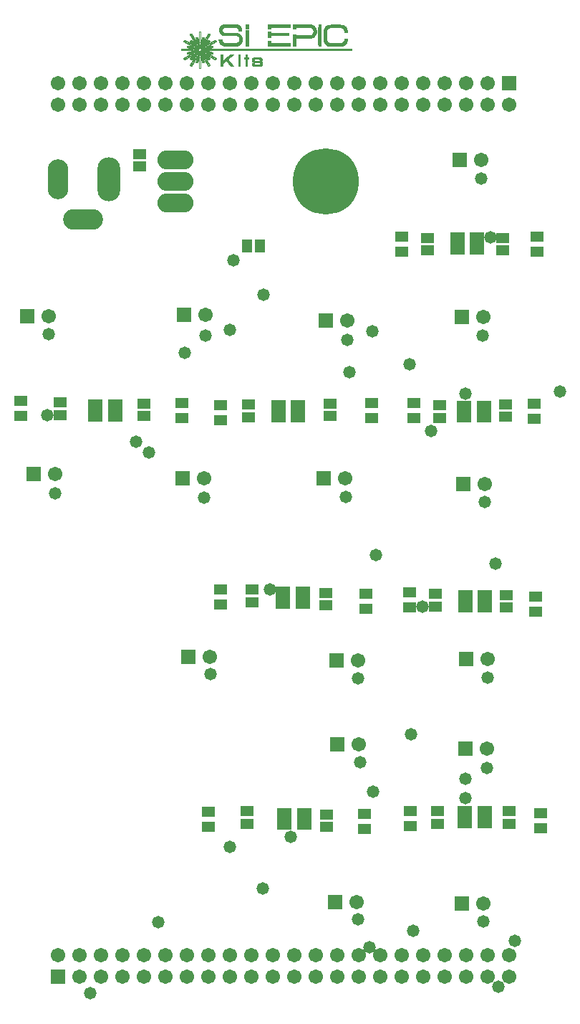
<source format=gts>
G04*
G04 #@! TF.GenerationSoftware,Altium Limited,Altium Designer,19.1.5 (86)*
G04*
G04 Layer_Color=8388736*
%FSLAX25Y25*%
%MOIN*%
G70*
G01*
G75*
%ADD22C,0.00100*%
%ADD23R,0.06800X0.02500*%
%ADD24R,0.06312X0.05131*%
%ADD25R,0.06300X0.04800*%
%ADD26R,0.05131X0.06312*%
%ADD27C,0.06706*%
%ADD28R,0.06706X0.06706*%
%ADD29O,0.16800X0.08800*%
%ADD30C,0.30800*%
%ADD31O,0.10642X0.20485*%
%ADD32O,0.09658X0.18517*%
%ADD33O,0.18517X0.09658*%
%ADD34C,0.05800*%
D22*
X109395Y456569D02*
X115595D01*
X109095Y456469D02*
X115995D01*
X119795D02*
X121095D01*
X130195D02*
X140495D01*
X141795D02*
X150295D01*
X153595D02*
X154895D01*
X159295D02*
X163695D01*
X108795Y456369D02*
X116295D01*
X119795D02*
X121095D01*
X130195D02*
X140495D01*
X141795D02*
X150695D01*
X153595D02*
X154895D01*
X158295D02*
X164795D01*
X108695Y456269D02*
X116495D01*
X119795D02*
X121095D01*
X130195D02*
X140495D01*
X141795D02*
X150895D01*
X153595D02*
X154895D01*
X157895D02*
X165095D01*
X108495Y456169D02*
X116595D01*
X119795D02*
X121095D01*
X130195D02*
X140495D01*
X141795D02*
X151095D01*
X153595D02*
X154895D01*
X157695D02*
X165395D01*
X108395Y456069D02*
X116795D01*
X119795D02*
X121095D01*
X130195D02*
X140495D01*
X141795D02*
X151295D01*
X153595D02*
X154895D01*
X157495D02*
X165595D01*
X108295Y455969D02*
X116895D01*
X119795D02*
X121095D01*
X130195D02*
X140495D01*
X141795D02*
X151395D01*
X153595D02*
X154895D01*
X157395D02*
X165695D01*
X108195Y455869D02*
X116995D01*
X119795D02*
X121095D01*
X130195D02*
X140495D01*
X141795D02*
X151595D01*
X153595D02*
X154895D01*
X157195D02*
X165795D01*
X108095Y455769D02*
X117095D01*
X119795D02*
X121095D01*
X130195D02*
X140495D01*
X141795D02*
X151695D01*
X153595D02*
X154895D01*
X157095D02*
X165995D01*
X107995Y455669D02*
X117195D01*
X119795D02*
X121095D01*
X130195D02*
X140495D01*
X141795D02*
X151795D01*
X153595D02*
X154895D01*
X156995D02*
X166095D01*
X107895Y455569D02*
X117295D01*
X119795D02*
X121095D01*
X130195D02*
X140495D01*
X141795D02*
X151895D01*
X153595D02*
X154895D01*
X156895D02*
X166195D01*
X107795Y455469D02*
X117395D01*
X119795D02*
X121095D01*
X130195D02*
X140495D01*
X141795D02*
X151895D01*
X153595D02*
X154895D01*
X156795D02*
X166295D01*
X107795Y455369D02*
X117395D01*
X119795D02*
X121095D01*
X130195D02*
X140495D01*
X141795D02*
X151995D01*
X153595D02*
X154895D01*
X156695D02*
X166395D01*
X107695Y455269D02*
X110195D01*
X115395D02*
X117495D01*
X119795D02*
X121095D01*
X130195D02*
X140495D01*
X141795D02*
X152095D01*
X153595D02*
X154895D01*
X156695D02*
X166395D01*
X107695Y455169D02*
X109695D01*
X115695D02*
X117495D01*
X119795D02*
X121095D01*
X130195D02*
X131495D01*
X141795D02*
X143095D01*
X150095D02*
X152195D01*
X153495D02*
X154895D01*
X156595D02*
X166495D01*
X107595Y455069D02*
X109395D01*
X115895D02*
X117595D01*
X119795D02*
X121095D01*
X130195D02*
X131495D01*
X141795D02*
X143095D01*
X150395D02*
X152195D01*
X153495D02*
X154895D01*
X156495D02*
X158795D01*
X164295D02*
X166595D01*
X107595Y454969D02*
X109195D01*
X115995D02*
X117595D01*
X119795D02*
X121095D01*
X130195D02*
X131495D01*
X141795D02*
X143095D01*
X150495D02*
X152295D01*
X153495D02*
X154895D01*
X156495D02*
X158395D01*
X164695D02*
X166595D01*
X107495Y454869D02*
X109095D01*
X116095D02*
X117695D01*
X119795D02*
X121095D01*
X130195D02*
X131495D01*
X141795D02*
X143095D01*
X150695D02*
X152295D01*
X153495D02*
X154895D01*
X156395D02*
X158195D01*
X164795D02*
X166695D01*
X107495Y454769D02*
X108995D01*
X116195D02*
X117695D01*
X119795D02*
X121095D01*
X130195D02*
X131495D01*
X141795D02*
X143095D01*
X150795D02*
X152395D01*
X153495D02*
X154895D01*
X156395D02*
X158095D01*
X164995D02*
X166695D01*
X107495Y454669D02*
X108895D01*
X116195D02*
X117695D01*
X119795D02*
X121095D01*
X150895D02*
X152395D01*
X153495D02*
X154895D01*
X156295D02*
X157995D01*
X165095D02*
X166795D01*
X107495Y454569D02*
X108795D01*
X116295D02*
X117695D01*
X119795D02*
X121095D01*
X150995D02*
X152395D01*
X153495D02*
X154895D01*
X156295D02*
X157895D01*
X165195D02*
X166795D01*
X107395Y454469D02*
X108795D01*
X116295D02*
X117795D01*
X150995D02*
X152495D01*
X153495D02*
X154895D01*
X156295D02*
X157795D01*
X165295D02*
X166895D01*
X107395Y454369D02*
X108795D01*
X116395D02*
X117795D01*
X151095D02*
X152495D01*
X153495D02*
X154895D01*
X156195D02*
X157695D01*
X165395D02*
X166895D01*
X107395Y454269D02*
X108695D01*
X116395D02*
X117795D01*
X151095D02*
X152495D01*
X153495D02*
X154895D01*
X156195D02*
X157595D01*
X165395D02*
X166895D01*
X107395Y454169D02*
X108695D01*
X116395D02*
X117795D01*
X151195D02*
X152495D01*
X153495D02*
X154895D01*
X156195D02*
X157595D01*
X165495D02*
X166895D01*
X107395Y454069D02*
X108695D01*
X116395D02*
X117795D01*
X151195D02*
X152595D01*
X153495D02*
X154895D01*
X156095D02*
X157495D01*
X165495D02*
X166995D01*
X107395Y453969D02*
X108695D01*
X116395D02*
X117795D01*
X151195D02*
X152595D01*
X153495D02*
X154895D01*
X156095D02*
X157495D01*
X165595D02*
X166995D01*
X107395Y453869D02*
X108695D01*
X116395D02*
X117795D01*
X119795D02*
X121095D01*
X151295D02*
X152595D01*
X153495D02*
X154895D01*
X156095D02*
X157495D01*
X165595D02*
X166995D01*
X107395Y453769D02*
X108695D01*
X116395D02*
X117795D01*
X119795D02*
X121095D01*
X151295D02*
X152595D01*
X153495D02*
X154895D01*
X156095D02*
X157495D01*
X165595D02*
X166995D01*
X107395Y453669D02*
X108795D01*
X116395D02*
X117795D01*
X119795D02*
X121095D01*
X151295D02*
X152595D01*
X153495D02*
X154895D01*
X156095D02*
X157395D01*
X165595D02*
X166995D01*
X107395Y453569D02*
X108795D01*
X116395D02*
X117795D01*
X119795D02*
X121095D01*
X151295D02*
X152595D01*
X153495D02*
X154895D01*
X156095D02*
X157395D01*
X165595D02*
X166995D01*
X107495Y453469D02*
X108795D01*
X119795D02*
X121095D01*
X151295D02*
X152595D01*
X153495D02*
X154895D01*
X156095D02*
X157395D01*
X165595D02*
X166995D01*
X97995Y453369D02*
X98895D01*
X107495D02*
X108895D01*
X119795D02*
X121095D01*
X151295D02*
X152595D01*
X153495D02*
X154895D01*
X156095D02*
X157395D01*
X165595D02*
X166995D01*
X97995Y453269D02*
X98895D01*
X107495D02*
X108895D01*
X119795D02*
X121095D01*
X130195D02*
X131495D01*
X151295D02*
X152595D01*
X153495D02*
X154895D01*
X156095D02*
X157395D01*
X165595D02*
X166995D01*
X97995Y453169D02*
X98195D01*
X98695D02*
X98895D01*
X107495D02*
X108995D01*
X119795D02*
X121095D01*
X130195D02*
X131495D01*
X151295D02*
X152595D01*
X153495D02*
X154895D01*
X156095D02*
X157395D01*
X165595D02*
X166995D01*
X97995Y453069D02*
X98195D01*
X98695D02*
X98895D01*
X107595D02*
X109095D01*
X119795D02*
X121095D01*
X130195D02*
X131495D01*
X151295D02*
X152595D01*
X153495D02*
X154895D01*
X155995D02*
X157395D01*
X165695D02*
X166995D01*
X97995Y452969D02*
X98195D01*
X98695D02*
X98895D01*
X107595D02*
X109295D01*
X119795D02*
X121095D01*
X130195D02*
X131495D01*
X151295D02*
X152595D01*
X153495D02*
X154895D01*
X155995D02*
X157395D01*
X97995Y452869D02*
X98195D01*
X98695D02*
X98895D01*
X107695D02*
X109395D01*
X119795D02*
X121095D01*
X130195D02*
X131495D01*
X151195D02*
X152595D01*
X153495D02*
X154895D01*
X155995D02*
X157395D01*
X97995Y452769D02*
X98195D01*
X98695D02*
X98895D01*
X107695D02*
X109795D01*
X119795D02*
X121095D01*
X130195D02*
X139695D01*
X151195D02*
X152595D01*
X153495D02*
X154895D01*
X155995D02*
X157395D01*
X97995Y452669D02*
X98195D01*
X98695D02*
X98895D01*
X107795D02*
X115095D01*
X119795D02*
X121095D01*
X130195D02*
X139695D01*
X151195D02*
X152495D01*
X153495D02*
X154895D01*
X155995D02*
X157395D01*
X97995Y452569D02*
X98195D01*
X98695D02*
X98895D01*
X107895D02*
X115695D01*
X119795D02*
X121095D01*
X130195D02*
X139695D01*
X151095D02*
X152495D01*
X153495D02*
X154895D01*
X155995D02*
X157395D01*
X97995Y452469D02*
X98195D01*
X98695D02*
X98895D01*
X107995D02*
X115995D01*
X119795D02*
X121095D01*
X130195D02*
X139695D01*
X151095D02*
X152495D01*
X153495D02*
X154895D01*
X155995D02*
X157395D01*
X94195Y452369D02*
X94595D01*
X97995D02*
X98195D01*
X98695D02*
X98895D01*
X102295D02*
X102595D01*
X107995D02*
X116295D01*
X119795D02*
X121095D01*
X130195D02*
X139695D01*
X150995D02*
X152495D01*
X153495D02*
X154895D01*
X155995D02*
X157395D01*
X94095Y452269D02*
X94695D01*
X97995D02*
X98195D01*
X98695D02*
X98895D01*
X102195D02*
X102795D01*
X108095D02*
X116495D01*
X119795D02*
X121095D01*
X130195D02*
X139695D01*
X150995D02*
X152395D01*
X153495D02*
X154895D01*
X155995D02*
X157395D01*
X93895Y452169D02*
X94695D01*
X97995D02*
X98195D01*
X98695D02*
X98895D01*
X102195D02*
X102995D01*
X108195D02*
X116695D01*
X119795D02*
X121095D01*
X130195D02*
X139695D01*
X150895D02*
X152395D01*
X153495D02*
X154895D01*
X155995D02*
X157395D01*
X93795Y452069D02*
X94195D01*
X94495D02*
X94795D01*
X97995D02*
X98195D01*
X98695D02*
X98895D01*
X102095D02*
X102395D01*
X102695D02*
X103095D01*
X108395D02*
X116895D01*
X119795D02*
X121095D01*
X130195D02*
X139695D01*
X141795D02*
X143095D01*
X150795D02*
X152395D01*
X153495D02*
X154895D01*
X155995D02*
X157395D01*
X93795Y451969D02*
X94095D01*
X94495D02*
X94795D01*
X97995D02*
X98195D01*
X98695D02*
X98895D01*
X101995D02*
X102395D01*
X102795D02*
X103095D01*
X108495D02*
X116995D01*
X119795D02*
X121095D01*
X130195D02*
X139695D01*
X141795D02*
X143095D01*
X150695D02*
X152295D01*
X153495D02*
X154895D01*
X155995D02*
X157395D01*
X93895Y451869D02*
X94095D01*
X94595D02*
X94895D01*
X97995D02*
X98195D01*
X98695D02*
X98895D01*
X101995D02*
X102295D01*
X102795D02*
X102995D01*
X108695D02*
X117195D01*
X119795D02*
X121095D01*
X130195D02*
X139695D01*
X141795D02*
X143095D01*
X150595D02*
X152295D01*
X153495D02*
X154895D01*
X155995D02*
X157395D01*
X93895Y451769D02*
X94195D01*
X94695D02*
X94995D01*
X97995D02*
X98195D01*
X98695D02*
X98895D01*
X101895D02*
X102195D01*
X102695D02*
X102995D01*
X108795D02*
X117295D01*
X119795D02*
X121095D01*
X130195D02*
X139695D01*
X141795D02*
X143095D01*
X150395D02*
X152195D01*
X153495D02*
X154895D01*
X155995D02*
X157395D01*
X93995Y451669D02*
X94195D01*
X94695D02*
X94995D01*
X97995D02*
X98195D01*
X98695D02*
X98895D01*
X101895D02*
X102195D01*
X102595D02*
X102895D01*
X109095D02*
X117395D01*
X119795D02*
X121095D01*
X130195D02*
X139695D01*
X141795D02*
X143095D01*
X150095D02*
X152195D01*
X153495D02*
X154895D01*
X155995D02*
X157395D01*
X93995Y451569D02*
X94295D01*
X94795D02*
X95095D01*
X97995D02*
X98195D01*
X98695D02*
X98895D01*
X101795D02*
X102095D01*
X102595D02*
X102895D01*
X109295D02*
X117495D01*
X119795D02*
X121095D01*
X130195D02*
X139695D01*
X141795D02*
X152095D01*
X153495D02*
X154895D01*
X155995D02*
X157395D01*
X94095Y451469D02*
X94395D01*
X94795D02*
X95095D01*
X97995D02*
X98195D01*
X98695D02*
X98895D01*
X101695D02*
X101995D01*
X102495D02*
X102795D01*
X109695D02*
X117495D01*
X119795D02*
X121095D01*
X130195D02*
X131495D01*
X141795D02*
X151995D01*
X153495D02*
X154895D01*
X155995D02*
X157395D01*
X94095Y451369D02*
X94395D01*
X94895D02*
X95195D01*
X97995D02*
X98195D01*
X98695D02*
X98895D01*
X101695D02*
X101995D01*
X102495D02*
X102795D01*
X115595D02*
X117595D01*
X119795D02*
X121095D01*
X130195D02*
X131495D01*
X141795D02*
X151895D01*
X153495D02*
X154895D01*
X155995D02*
X157395D01*
X94195Y451269D02*
X94495D01*
X94995D02*
X95295D01*
X97995D02*
X98195D01*
X98695D02*
X98895D01*
X101595D02*
X101895D01*
X102395D02*
X102695D01*
X115995D02*
X117695D01*
X119795D02*
X121095D01*
X130195D02*
X131495D01*
X141795D02*
X151895D01*
X153495D02*
X154895D01*
X155995D02*
X157395D01*
X94195Y451169D02*
X94495D01*
X94995D02*
X95295D01*
X97995D02*
X98195D01*
X98695D02*
X98895D01*
X101595D02*
X101895D01*
X102395D02*
X102595D01*
X116195D02*
X117695D01*
X119795D02*
X121095D01*
X130195D02*
X131495D01*
X141795D02*
X151795D01*
X153495D02*
X154895D01*
X155995D02*
X157395D01*
X94295Y451069D02*
X94595D01*
X95095D02*
X95395D01*
X97995D02*
X98195D01*
X98695D02*
X98895D01*
X101495D02*
X101795D01*
X102295D02*
X102595D01*
X116295D02*
X117795D01*
X119795D02*
X121095D01*
X130195D02*
X131495D01*
X141795D02*
X151695D01*
X153495D02*
X154895D01*
X155995D02*
X157395D01*
X94395Y450969D02*
X94595D01*
X95095D02*
X95395D01*
X97995D02*
X98195D01*
X98695D02*
X98895D01*
X101495D02*
X101795D01*
X102195D02*
X102495D01*
X116395D02*
X117795D01*
X119795D02*
X121095D01*
X130195D02*
X131495D01*
X141795D02*
X151595D01*
X153495D02*
X154895D01*
X155995D02*
X157395D01*
X94395Y450869D02*
X94695D01*
X95195D02*
X95495D01*
X97995D02*
X98195D01*
X98695D02*
X98895D01*
X101395D02*
X101695D01*
X102195D02*
X102495D01*
X116495D02*
X117895D01*
X119795D02*
X121095D01*
X130195D02*
X131495D01*
X141795D02*
X151395D01*
X153495D02*
X154895D01*
X155995D02*
X157395D01*
X94495Y450769D02*
X94795D01*
X95195D02*
X95495D01*
X96795D02*
X97295D01*
X97995D02*
X98195D01*
X98695D02*
X98895D01*
X99595D02*
X100095D01*
X101295D02*
X101595D01*
X102095D02*
X102395D01*
X116595D02*
X117895D01*
X119795D02*
X121095D01*
X130195D02*
X131495D01*
X141795D02*
X151295D01*
X153495D02*
X154895D01*
X155995D02*
X157395D01*
X94495Y450669D02*
X94795D01*
X95295D02*
X95595D01*
X96495D02*
X97295D01*
X97995D02*
X98195D01*
X98695D02*
X98895D01*
X99495D02*
X100295D01*
X101295D02*
X101595D01*
X102095D02*
X102395D01*
X116595D02*
X117995D01*
X119795D02*
X121095D01*
X130195D02*
X131495D01*
X141795D02*
X151095D01*
X153495D02*
X154895D01*
X155995D02*
X157395D01*
X94595Y450569D02*
X94895D01*
X95395D02*
X95695D01*
X96495D02*
X97395D01*
X97995D02*
X98195D01*
X98695D02*
X98895D01*
X99495D02*
X100395D01*
X101195D02*
X101495D01*
X101995D02*
X102295D01*
X116695D02*
X117995D01*
X119795D02*
X121095D01*
X130195D02*
X131495D01*
X141795D02*
X150895D01*
X153495D02*
X154895D01*
X156095D02*
X157395D01*
X94595Y450469D02*
X94895D01*
X95395D02*
X95695D01*
X96495D02*
X97395D01*
X97995D02*
X98195D01*
X98695D02*
X98895D01*
X99495D02*
X100395D01*
X101195D02*
X101495D01*
X101995D02*
X102295D01*
X116695D02*
X117995D01*
X119795D02*
X121095D01*
X141795D02*
X150695D01*
X153495D02*
X154895D01*
X156095D02*
X157395D01*
X94695Y450369D02*
X94995D01*
X95495D02*
X95795D01*
X96495D02*
X97395D01*
X97995D02*
X98195D01*
X98695D02*
X98895D01*
X99495D02*
X100395D01*
X101095D02*
X101395D01*
X101895D02*
X102195D01*
X116695D02*
X117995D01*
X119795D02*
X121095D01*
X141795D02*
X150295D01*
X153495D02*
X154895D01*
X156095D02*
X157395D01*
X94795Y450269D02*
X94995D01*
X95495D02*
X95795D01*
X96495D02*
X97495D01*
X97995D02*
X98195D01*
X98695D02*
X98895D01*
X99395D02*
X100395D01*
X101095D02*
X101395D01*
X101795D02*
X102095D01*
X116695D02*
X117995D01*
X119795D02*
X121095D01*
X141795D02*
X143095D01*
X153495D02*
X154895D01*
X156095D02*
X157395D01*
X94795Y450169D02*
X95095D01*
X95595D02*
X95895D01*
X96495D02*
X97495D01*
X97995D02*
X98195D01*
X98695D02*
X98895D01*
X99395D02*
X100395D01*
X100995D02*
X101295D01*
X101795D02*
X102095D01*
X116795D02*
X118095D01*
X119795D02*
X121095D01*
X141795D02*
X143095D01*
X153495D02*
X154895D01*
X156095D02*
X157395D01*
X94895Y450069D02*
X95195D01*
X95695D02*
X95995D01*
X96595D02*
X97495D01*
X97995D02*
X98195D01*
X98695D02*
X98895D01*
X99395D02*
X100295D01*
X100895D02*
X101195D01*
X101695D02*
X101995D01*
X116795D02*
X118095D01*
X119795D02*
X121095D01*
X141795D02*
X143095D01*
X153495D02*
X154895D01*
X156095D02*
X157395D01*
X94895Y449969D02*
X95195D01*
X95695D02*
X95995D01*
X96595D02*
X97495D01*
X97995D02*
X98195D01*
X98695D02*
X98895D01*
X99295D02*
X100295D01*
X100895D02*
X101195D01*
X101695D02*
X101995D01*
X116795D02*
X118095D01*
X119795D02*
X121095D01*
X141795D02*
X143095D01*
X153495D02*
X154895D01*
X156095D02*
X157395D01*
X94995Y449869D02*
X95295D01*
X95795D02*
X96095D01*
X96595D02*
X97595D01*
X97995D02*
X98195D01*
X98695D02*
X98895D01*
X99295D02*
X100295D01*
X100795D02*
X101095D01*
X101595D02*
X101895D01*
X116795D02*
X118095D01*
X119795D02*
X121095D01*
X141795D02*
X143095D01*
X153495D02*
X154895D01*
X156095D02*
X157395D01*
X165595D02*
X166995D01*
X94995Y449769D02*
X95295D01*
X95795D02*
X96095D01*
X96595D02*
X97595D01*
X97995D02*
X98195D01*
X98695D02*
X98895D01*
X99295D02*
X100295D01*
X100795D02*
X101095D01*
X101595D02*
X101795D01*
X116795D02*
X118095D01*
X119795D02*
X121095D01*
X141795D02*
X143095D01*
X153495D02*
X154895D01*
X156095D02*
X157395D01*
X165595D02*
X166995D01*
X95095Y449669D02*
X95395D01*
X95895D02*
X96195D01*
X96695D02*
X97595D01*
X97995D02*
X98195D01*
X98695D02*
X98895D01*
X99295D02*
X100195D01*
X100695D02*
X100995D01*
X101495D02*
X101795D01*
X107195D02*
X108495D01*
X116795D02*
X118095D01*
X119795D02*
X121095D01*
X141795D02*
X143095D01*
X153495D02*
X154895D01*
X156095D02*
X157395D01*
X165595D02*
X166995D01*
X95195Y449569D02*
X95495D01*
X95895D02*
X96195D01*
X96695D02*
X97695D01*
X97995D02*
X98195D01*
X98695D02*
X98895D01*
X99195D02*
X100195D01*
X100695D02*
X100895D01*
X101395D02*
X101695D01*
X107195D02*
X108595D01*
X116795D02*
X118095D01*
X119795D02*
X121095D01*
X141795D02*
X143095D01*
X153495D02*
X154895D01*
X156095D02*
X157395D01*
X165595D02*
X166995D01*
X95195Y449469D02*
X95495D01*
X95995D02*
X96295D01*
X96695D02*
X97695D01*
X97995D02*
X98195D01*
X98695D02*
X98895D01*
X99195D02*
X100195D01*
X100595D02*
X100895D01*
X101395D02*
X101695D01*
X107195D02*
X108595D01*
X116795D02*
X118095D01*
X119795D02*
X121095D01*
X141795D02*
X143095D01*
X153495D02*
X154895D01*
X156095D02*
X157395D01*
X165595D02*
X166995D01*
X91095Y449369D02*
X91395D01*
X94295D02*
X94495D01*
X95295D02*
X95595D01*
X96095D02*
X96395D01*
X96695D02*
X97695D01*
X97995D02*
X98195D01*
X98695D02*
X98895D01*
X99195D02*
X100095D01*
X100495D02*
X100795D01*
X101295D02*
X101595D01*
X102395D02*
X102595D01*
X105395D02*
X105795D01*
X107195D02*
X108595D01*
X116795D02*
X118095D01*
X119795D02*
X121095D01*
X141795D02*
X143095D01*
X153495D02*
X154895D01*
X156095D02*
X157395D01*
X165595D02*
X166995D01*
X90995Y449269D02*
X91595D01*
X94195D02*
X94595D01*
X95295D02*
X95595D01*
X96095D02*
X96395D01*
X96795D02*
X97695D01*
X97995D02*
X98195D01*
X98695D02*
X98895D01*
X99195D02*
X100095D01*
X100495D02*
X100795D01*
X101295D02*
X101595D01*
X102295D02*
X102695D01*
X105195D02*
X105895D01*
X107195D02*
X108595D01*
X116795D02*
X118095D01*
X119795D02*
X121095D01*
X141795D02*
X143095D01*
X153495D02*
X154895D01*
X156095D02*
X157495D01*
X165595D02*
X166995D01*
X90995Y449169D02*
X91795D01*
X94095D02*
X94695D01*
X95395D02*
X95695D01*
X96195D02*
X96495D01*
X96795D02*
X97795D01*
X97995D02*
X98195D01*
X98695D02*
X98895D01*
X99095D02*
X100095D01*
X100395D02*
X100695D01*
X101195D02*
X101495D01*
X102095D02*
X102795D01*
X105095D02*
X105895D01*
X107195D02*
X108595D01*
X116695D02*
X118095D01*
X119795D02*
X121095D01*
X141795D02*
X143095D01*
X153495D02*
X154895D01*
X156095D02*
X157495D01*
X165595D02*
X166995D01*
X90895Y449069D02*
X91195D01*
X91495D02*
X91995D01*
X93995D02*
X94795D01*
X95395D02*
X95695D01*
X96195D02*
X96495D01*
X96795D02*
X97795D01*
X97995D02*
X98195D01*
X98695D02*
X98895D01*
X99095D02*
X100095D01*
X100395D02*
X100695D01*
X101095D02*
X101395D01*
X101995D02*
X102895D01*
X104895D02*
X105395D01*
X105695D02*
X105995D01*
X107295D02*
X108595D01*
X116695D02*
X118095D01*
X119795D02*
X121095D01*
X141795D02*
X143095D01*
X153495D02*
X154895D01*
X156095D02*
X157495D01*
X165495D02*
X166995D01*
X90895Y448969D02*
X91195D01*
X91695D02*
X92195D01*
X93895D02*
X94895D01*
X95495D02*
X95795D01*
X96295D02*
X96595D01*
X96895D02*
X97795D01*
X97995D02*
X98195D01*
X98695D02*
X98895D01*
X99095D02*
X99995D01*
X100295D02*
X100595D01*
X101095D02*
X101395D01*
X101895D02*
X102995D01*
X104695D02*
X105195D01*
X105695D02*
X105995D01*
X107295D02*
X108695D01*
X116695D02*
X117995D01*
X119795D02*
X121095D01*
X141795D02*
X143095D01*
X153495D02*
X154895D01*
X156095D02*
X157595D01*
X165495D02*
X166895D01*
X90795Y448869D02*
X91095D01*
X91795D02*
X92395D01*
X93895D02*
X94995D01*
X95595D02*
X95895D01*
X96395D02*
X96595D01*
X96895D02*
X97795D01*
X97995D02*
X98195D01*
X98695D02*
X98895D01*
X99095D02*
X99995D01*
X100295D02*
X100495D01*
X100995D02*
X101295D01*
X101795D02*
X102995D01*
X104495D02*
X105095D01*
X105795D02*
X106095D01*
X107295D02*
X108695D01*
X116595D02*
X117995D01*
X119795D02*
X121095D01*
X130195D02*
X131495D01*
X141795D02*
X143095D01*
X153495D02*
X154895D01*
X156095D02*
X157595D01*
X165395D02*
X166895D01*
X90795Y448769D02*
X91195D01*
X91995D02*
X92495D01*
X93895D02*
X95095D01*
X95595D02*
X95895D01*
X96395D02*
X96695D01*
X96895D02*
X97895D01*
X97995D02*
X98195D01*
X98695D02*
X98895D01*
X98995D02*
X99995D01*
X100195D02*
X100495D01*
X100995D02*
X101295D01*
X101695D02*
X102995D01*
X104395D02*
X104895D01*
X105695D02*
X106095D01*
X107295D02*
X108795D01*
X116495D02*
X117995D01*
X119795D02*
X121095D01*
X130195D02*
X131495D01*
X141795D02*
X143095D01*
X153495D02*
X154895D01*
X156195D02*
X157695D01*
X165395D02*
X166895D01*
X90895Y448669D02*
X91395D01*
X92195D02*
X92695D01*
X93995D02*
X95195D01*
X95695D02*
X95995D01*
X96495D02*
X96795D01*
X96895D02*
X97895D01*
X97995D02*
X98195D01*
X98695D02*
X98895D01*
X98995D02*
X99995D01*
X100095D02*
X100395D01*
X100895D02*
X101195D01*
X101595D02*
X102895D01*
X104195D02*
X104695D01*
X105495D02*
X105995D01*
X107395D02*
X108795D01*
X116495D02*
X117995D01*
X119795D02*
X121095D01*
X130195D02*
X131495D01*
X141795D02*
X143095D01*
X153495D02*
X154895D01*
X156195D02*
X157795D01*
X165295D02*
X166895D01*
X90995Y448569D02*
X91495D01*
X92395D02*
X92895D01*
X94095D02*
X95395D01*
X95695D02*
X95995D01*
X96495D02*
X96795D01*
X96995D02*
X97895D01*
X97995D02*
X98195D01*
X98695D02*
X98895D01*
X98995D02*
X99895D01*
X100095D02*
X100395D01*
X100895D02*
X101195D01*
X101495D02*
X102795D01*
X103995D02*
X104495D01*
X105395D02*
X105895D01*
X107395D02*
X108895D01*
X116395D02*
X117895D01*
X119795D02*
X121095D01*
X130195D02*
X131495D01*
X141795D02*
X143095D01*
X153495D02*
X154895D01*
X156195D02*
X157795D01*
X165195D02*
X166895D01*
X91195Y448469D02*
X91695D01*
X92495D02*
X92995D01*
X94095D02*
X95495D01*
X95795D02*
X96095D01*
X96595D02*
X96895D01*
X96995D02*
X97895D01*
X97995D02*
X98195D01*
X98695D02*
X98895D01*
X98995D02*
X99895D01*
X99995D02*
X100295D01*
X100795D02*
X101095D01*
X101395D02*
X102695D01*
X103795D02*
X104395D01*
X105195D02*
X105695D01*
X107395D02*
X108995D01*
X116295D02*
X117895D01*
X119795D02*
X121095D01*
X130195D02*
X131495D01*
X141795D02*
X143095D01*
X153495D02*
X154895D01*
X156295D02*
X157895D01*
X165095D02*
X166795D01*
X91395Y448369D02*
X91895D01*
X92695D02*
X93195D01*
X94195D02*
X95595D01*
X95895D02*
X96195D01*
X96595D02*
X96895D01*
X96995D02*
X99895D01*
X99995D02*
X100295D01*
X100695D02*
X100995D01*
X101295D02*
X102695D01*
X103695D02*
X104195D01*
X104995D02*
X105495D01*
X107495D02*
X109095D01*
X116195D02*
X117895D01*
X119795D02*
X121095D01*
X130195D02*
X131495D01*
X141795D02*
X143095D01*
X153495D02*
X154895D01*
X156295D02*
X158095D01*
X164995D02*
X166795D01*
X91495Y448269D02*
X91995D01*
X92895D02*
X93395D01*
X94295D02*
X95695D01*
X95895D02*
X96195D01*
X96695D02*
X100195D01*
X100695D02*
X100995D01*
X101195D02*
X102595D01*
X103495D02*
X103995D01*
X104895D02*
X105395D01*
X107495D02*
X109195D01*
X115995D02*
X117795D01*
X119795D02*
X121095D01*
X130195D02*
X131495D01*
X141795D02*
X143095D01*
X153495D02*
X154895D01*
X156295D02*
X158195D01*
X164895D02*
X166695D01*
X91695Y448169D02*
X92195D01*
X93095D02*
X93595D01*
X94395D02*
X95795D01*
X95995D02*
X96295D01*
X96795D02*
X96995D01*
X97095D02*
X97995D01*
X98895D02*
X99795D01*
X99895D02*
X100095D01*
X100595D02*
X100895D01*
X101095D02*
X102495D01*
X103295D02*
X103795D01*
X104695D02*
X105195D01*
X107595D02*
X109295D01*
X115795D02*
X117795D01*
X119795D02*
X121095D01*
X130195D02*
X131495D01*
X141795D02*
X143095D01*
X153495D02*
X154895D01*
X156395D02*
X158395D01*
X164695D02*
X166695D01*
X91895Y448069D02*
X92395D01*
X93195D02*
X93695D01*
X94495D02*
X95895D01*
X95995D02*
X96295D01*
X96795D02*
X98095D01*
X98795D02*
X100095D01*
X100595D02*
X100895D01*
X100995D02*
X102395D01*
X103195D02*
X103695D01*
X104495D02*
X104995D01*
X107595D02*
X109495D01*
X115495D02*
X117695D01*
X119795D02*
X121095D01*
X130195D02*
X131495D01*
X141795D02*
X143095D01*
X153495D02*
X154895D01*
X156395D02*
X158795D01*
X164395D02*
X166595D01*
X91995Y447969D02*
X92595D01*
X93395D02*
X93895D01*
X94595D02*
X95995D01*
X96095D02*
X96395D01*
X96595D02*
X98095D01*
X98795D02*
X99795D01*
X99895D02*
X100195D01*
X100495D02*
X100795D01*
X100895D02*
X102295D01*
X102995D02*
X103495D01*
X104295D02*
X104795D01*
X107695D02*
X109795D01*
X110495D02*
X113095D01*
X114895D02*
X117595D01*
X119795D02*
X121095D01*
X130195D02*
X131495D01*
X141795D02*
X143095D01*
X153495D02*
X154895D01*
X156495D02*
X166595D01*
X92195Y447869D02*
X92695D01*
X93595D02*
X94095D01*
X94695D02*
X96095D01*
X96195D02*
X96895D01*
X97095D02*
X98095D01*
X98795D02*
X99695D01*
X99895D02*
X100695D01*
X100795D02*
X102195D01*
X102795D02*
X103295D01*
X104195D02*
X104695D01*
X107795D02*
X117595D01*
X119795D02*
X121095D01*
X130195D02*
X140495D01*
X141795D02*
X143095D01*
X153495D02*
X154895D01*
X156595D02*
X166495D01*
X92395Y447769D02*
X92895D01*
X93695D02*
X94295D01*
X94795D02*
X96795D01*
X97195D02*
X98095D01*
X98795D02*
X99695D01*
X100095D02*
X102095D01*
X102595D02*
X103095D01*
X103995D02*
X104495D01*
X107795D02*
X117495D01*
X119795D02*
X121095D01*
X130195D02*
X140495D01*
X141795D02*
X143095D01*
X153495D02*
X154895D01*
X156595D02*
X166395D01*
X92595Y447669D02*
X93095D01*
X93895D02*
X94395D01*
X94895D02*
X96595D01*
X97195D02*
X98195D01*
X98695D02*
X99695D01*
X100295D02*
X101995D01*
X102495D02*
X102995D01*
X103795D02*
X104295D01*
X107895D02*
X117395D01*
X119795D02*
X121095D01*
X130195D02*
X140495D01*
X141795D02*
X143095D01*
X153495D02*
X154895D01*
X156695D02*
X166395D01*
X92695Y447569D02*
X93195D01*
X94095D02*
X94595D01*
X94995D02*
X96395D01*
X97195D02*
X98195D01*
X98695D02*
X99695D01*
X100495D02*
X101895D01*
X102295D02*
X102795D01*
X103595D02*
X104195D01*
X107995D02*
X117295D01*
X119795D02*
X121095D01*
X130195D02*
X140495D01*
X141795D02*
X143095D01*
X153495D02*
X154895D01*
X156795D02*
X166295D01*
X92895Y447469D02*
X93395D01*
X94295D02*
X94795D01*
X95095D02*
X96495D01*
X97295D02*
X98195D01*
X98695D02*
X99595D01*
X100395D02*
X101795D01*
X102095D02*
X102595D01*
X103495D02*
X103995D01*
X108095D02*
X117295D01*
X119795D02*
X121095D01*
X130195D02*
X140495D01*
X141795D02*
X143095D01*
X153495D02*
X154895D01*
X156895D02*
X166195D01*
X93095Y447369D02*
X93595D01*
X94395D02*
X94895D01*
X95195D02*
X96595D01*
X97295D02*
X98195D01*
X98695D02*
X99595D01*
X100295D02*
X101695D01*
X101895D02*
X102495D01*
X103295D02*
X103795D01*
X108195D02*
X117195D01*
X119795D02*
X121095D01*
X130195D02*
X140495D01*
X141795D02*
X143095D01*
X153495D02*
X154895D01*
X156995D02*
X166095D01*
X93195Y447269D02*
X93795D01*
X94595D02*
X95095D01*
X95295D02*
X96695D01*
X97295D02*
X99595D01*
X100195D02*
X101595D01*
X101795D02*
X102295D01*
X103095D02*
X103595D01*
X108295D02*
X117095D01*
X119795D02*
X121095D01*
X130195D02*
X140495D01*
X141795D02*
X143095D01*
X153495D02*
X154895D01*
X157095D02*
X165995D01*
X93395Y447169D02*
X93895D01*
X94795D02*
X95295D01*
X95395D02*
X96795D01*
X97295D02*
X99595D01*
X100095D02*
X101495D01*
X101595D02*
X102095D01*
X102995D02*
X103495D01*
X108495D02*
X116895D01*
X119795D02*
X121095D01*
X130195D02*
X140495D01*
X141795D02*
X143095D01*
X153595D02*
X154895D01*
X157195D02*
X165795D01*
X93595Y447069D02*
X94095D01*
X94895D02*
X95395D01*
X95495D02*
X96895D01*
X97395D02*
X99595D01*
X99995D02*
X101895D01*
X102795D02*
X103295D01*
X108595D02*
X116795D01*
X119795D02*
X121095D01*
X130195D02*
X140495D01*
X141795D02*
X143095D01*
X153595D02*
X154895D01*
X157395D02*
X165695D01*
X93795Y446969D02*
X94295D01*
X95095D02*
X96995D01*
X97195D02*
X99695D01*
X99895D02*
X101795D01*
X102595D02*
X103095D01*
X108795D02*
X116595D01*
X119795D02*
X121095D01*
X130195D02*
X140495D01*
X141795D02*
X143095D01*
X153595D02*
X154895D01*
X157495D02*
X165595D01*
X93895Y446869D02*
X94495D01*
X95295D02*
X101595D01*
X102395D02*
X102895D01*
X108995D02*
X116395D01*
X119795D02*
X121095D01*
X130195D02*
X140495D01*
X141795D02*
X143095D01*
X153595D02*
X154895D01*
X157695D02*
X165395D01*
X92595Y446769D02*
X92895D01*
X94095D02*
X94595D01*
X95395D02*
X95695D01*
X95795D02*
X101095D01*
X101195D02*
X101495D01*
X102295D02*
X102795D01*
X103995D02*
X104295D01*
X109395D02*
X116195D01*
X119795D02*
X121095D01*
X130195D02*
X140495D01*
X141795D02*
X143095D01*
X153595D02*
X154895D01*
X157895D02*
X165095D01*
X92595Y446669D02*
X93295D01*
X94295D02*
X94795D01*
X95295D02*
X95595D01*
X95895D02*
X100995D01*
X101295D02*
X101595D01*
X102095D02*
X102595D01*
X103595D02*
X104295D01*
X110595D02*
X115795D01*
X119795D02*
X121095D01*
X130195D02*
X140495D01*
X141795D02*
X143095D01*
X153595D02*
X154895D01*
X158295D02*
X164795D01*
X92495Y446569D02*
X93695D01*
X94495D02*
X94995D01*
X95295D02*
X95595D01*
X95995D02*
X100895D01*
X101295D02*
X101595D01*
X101895D02*
X102395D01*
X103195D02*
X104395D01*
X159495D02*
X163395D01*
X92495Y446469D02*
X94095D01*
X94595D02*
X95495D01*
X96095D02*
X100795D01*
X101395D02*
X102195D01*
X102895D02*
X104395D01*
X92495Y446369D02*
X94395D01*
X94795D02*
X95395D01*
X96195D02*
X100695D01*
X101495D02*
X101995D01*
X102495D02*
X104395D01*
X92495Y446269D02*
X94795D01*
X94995D02*
X95295D01*
X96295D02*
X100595D01*
X101495D02*
X101795D01*
X102095D02*
X104395D01*
X92395Y446169D02*
X95195D01*
X96295D02*
X100595D01*
X101695D02*
X104395D01*
X92395Y446069D02*
X95495D01*
X96295D02*
X100595D01*
X101395D02*
X104395D01*
X92395Y445969D02*
X95895D01*
X96195D02*
X100695D01*
X100995D02*
X104395D01*
X92695Y445869D02*
X104095D01*
X93095Y445769D02*
X103795D01*
X93495Y445669D02*
X103395D01*
X93795Y445569D02*
X103095D01*
X94195Y445469D02*
X102695D01*
X94595Y445369D02*
X98195D01*
X98695D02*
X102295D01*
X94995Y445269D02*
X97995D01*
X98795D02*
X101895D01*
X89895Y445169D02*
X94995D01*
X95295D02*
X97895D01*
X98895D02*
X169095D01*
X89895Y445069D02*
X94995D01*
X95695D02*
X97895D01*
X98995D02*
X169095D01*
X89895Y444969D02*
X89995D01*
X94795D02*
X94995D01*
X95895D02*
X97795D01*
X98995D02*
X169095D01*
X89895Y444869D02*
X89995D01*
X94795D02*
X94995D01*
X95995D02*
X97795D01*
X89895Y444769D02*
X89995D01*
X94795D02*
X94995D01*
X95995D02*
X97795D01*
X89895Y444669D02*
X89995D01*
X94795D02*
X94995D01*
X95895D02*
X97795D01*
X98995D02*
X169095D01*
X89895Y444569D02*
X94995D01*
X95695D02*
X97895D01*
X98995D02*
X169095D01*
X89895Y444469D02*
X94995D01*
X95395D02*
X97895D01*
X98895D02*
X169095D01*
X94995Y444369D02*
X97995D01*
X98795D02*
X101895D01*
X94595Y444269D02*
X98195D01*
X98695D02*
X102195D01*
X94295Y444169D02*
X102595D01*
X93895Y444069D02*
X102995D01*
X93495Y443969D02*
X103395D01*
X93195Y443869D02*
X103695D01*
X92795Y443769D02*
X104095D01*
X92495Y443669D02*
X95995D01*
X96195D02*
X100695D01*
X100895D02*
X104395D01*
X92395Y443569D02*
X95595D01*
X96295D02*
X100595D01*
X101295D02*
X104395D01*
X92395Y443469D02*
X95195D01*
X96295D02*
X100595D01*
X101695D02*
X104395D01*
X92495Y443369D02*
X94895D01*
X94995D02*
X95295D01*
X96295D02*
X100595D01*
X101495D02*
X101795D01*
X101995D02*
X104395D01*
X92495Y443269D02*
X94495D01*
X94795D02*
X95395D01*
X96195D02*
X100695D01*
X101495D02*
X101995D01*
X102395D02*
X104395D01*
X92495Y443169D02*
X94095D01*
X94695D02*
X95495D01*
X96095D02*
X100795D01*
X101395D02*
X102195D01*
X102795D02*
X104395D01*
X92495Y443069D02*
X93695D01*
X94495D02*
X94995D01*
X95295D02*
X95495D01*
X95995D02*
X100895D01*
X101295D02*
X101595D01*
X101895D02*
X102395D01*
X103195D02*
X104395D01*
X92595Y442969D02*
X93395D01*
X94295D02*
X94795D01*
X95295D02*
X95595D01*
X95895D02*
X100995D01*
X101295D02*
X101595D01*
X101995D02*
X102595D01*
X103495D02*
X104295D01*
X92595Y442869D02*
X92995D01*
X94195D02*
X94695D01*
X95395D02*
X95695D01*
X95795D02*
X101095D01*
X101195D02*
X101495D01*
X102195D02*
X102695D01*
X103995D02*
X104295D01*
X93995Y442769D02*
X94495D01*
X95295D02*
X101595D01*
X102395D02*
X102895D01*
X93795Y442669D02*
X94295D01*
X95195D02*
X96995D01*
X97095D02*
X99695D01*
X99895D02*
X101695D01*
X102595D02*
X103095D01*
X93595Y442569D02*
X94095D01*
X94995D02*
X96895D01*
X97295D02*
X99595D01*
X99995D02*
X101895D01*
X102695D02*
X103295D01*
X108095D02*
X108995D01*
X112595D02*
X113995D01*
X116295D02*
X117195D01*
X119595D02*
X120495D01*
X93495Y442469D02*
X93995D01*
X94795D02*
X95295D01*
X95395D02*
X96795D01*
X97295D02*
X99595D01*
X100095D02*
X101495D01*
X101595D02*
X102095D01*
X102895D02*
X103395D01*
X108095D02*
X108995D01*
X112395D02*
X113895D01*
X116295D02*
X117195D01*
X119595D02*
X120495D01*
X93295Y442369D02*
X93795D01*
X94595D02*
X95095D01*
X95295D02*
X96695D01*
X97295D02*
X99595D01*
X100195D02*
X101595D01*
X101795D02*
X102195D01*
X103095D02*
X103595D01*
X108095D02*
X108995D01*
X112295D02*
X113795D01*
X116295D02*
X117195D01*
X119595D02*
X120495D01*
X93095Y442269D02*
X93595D01*
X94495D02*
X94995D01*
X95195D02*
X96595D01*
X97295D02*
X98295D01*
X98595D02*
X99595D01*
X100295D02*
X101695D01*
X101895D02*
X102395D01*
X103295D02*
X103795D01*
X108095D02*
X108995D01*
X112195D02*
X113695D01*
X116295D02*
X117195D01*
X119595D02*
X120495D01*
X92895Y442169D02*
X93395D01*
X94295D02*
X94795D01*
X95095D02*
X96495D01*
X97295D02*
X98195D01*
X98695D02*
X99595D01*
X100395D02*
X101795D01*
X102095D02*
X102595D01*
X103395D02*
X103995D01*
X108095D02*
X108995D01*
X112095D02*
X113495D01*
X116295D02*
X117195D01*
X119595D02*
X120495D01*
X92795Y442069D02*
X93295D01*
X94095D02*
X94595D01*
X94995D02*
X96395D01*
X97195D02*
X98195D01*
X98695D02*
X99695D01*
X100495D02*
X101895D01*
X102295D02*
X102795D01*
X103595D02*
X104095D01*
X108095D02*
X108995D01*
X111895D02*
X113395D01*
X116295D02*
X117195D01*
X119595D02*
X120495D01*
X92595Y441969D02*
X93095D01*
X93895D02*
X94495D01*
X94895D02*
X96595D01*
X97195D02*
X98195D01*
X98695D02*
X99695D01*
X100295D02*
X101995D01*
X102395D02*
X102895D01*
X103795D02*
X104295D01*
X108095D02*
X108995D01*
X111795D02*
X113295D01*
X116295D02*
X117195D01*
X119595D02*
X120495D01*
X92395Y441869D02*
X92895D01*
X93795D02*
X94295D01*
X94795D02*
X96195D01*
X96295D02*
X96795D01*
X97195D02*
X98095D01*
X98795D02*
X99695D01*
X100095D02*
X101995D01*
X102595D02*
X103095D01*
X103995D02*
X104495D01*
X108095D02*
X108995D01*
X111695D02*
X113195D01*
X116295D02*
X117195D01*
X119595D02*
X120495D01*
X92195Y441769D02*
X92795D01*
X93595D02*
X94095D01*
X94695D02*
X96095D01*
X96195D02*
X96895D01*
X97195D02*
X98095D01*
X98795D02*
X99695D01*
X99995D02*
X100695D01*
X100795D02*
X102095D01*
X102795D02*
X103295D01*
X104095D02*
X104595D01*
X108095D02*
X108995D01*
X111595D02*
X112995D01*
X116295D02*
X117195D01*
X119595D02*
X120495D01*
X92095Y441669D02*
X92595D01*
X93395D02*
X93895D01*
X94595D02*
X95995D01*
X96095D02*
X96395D01*
X96595D02*
X98095D01*
X98795D02*
X99795D01*
X99895D02*
X100295D01*
X100495D02*
X100795D01*
X100895D02*
X102195D01*
X102895D02*
X103495D01*
X104295D02*
X104795D01*
X108095D02*
X108995D01*
X111495D02*
X112895D01*
X116295D02*
X117195D01*
X119595D02*
X120495D01*
X91895Y441569D02*
X92395D01*
X93295D02*
X93795D01*
X94495D02*
X95895D01*
X96095D02*
X96295D01*
X96795D02*
X98095D01*
X98795D02*
X100095D01*
X100595D02*
X100795D01*
X100995D02*
X102295D01*
X103095D02*
X103595D01*
X104495D02*
X104995D01*
X108095D02*
X108995D01*
X111295D02*
X112795D01*
X116295D02*
X117195D01*
X119595D02*
X120495D01*
X91695Y441469D02*
X92195D01*
X93095D02*
X93595D01*
X94395D02*
X95795D01*
X95995D02*
X96295D01*
X96795D02*
X96995D01*
X97095D02*
X97995D01*
X98895D02*
X99795D01*
X99895D02*
X100095D01*
X100595D02*
X100895D01*
X101095D02*
X102395D01*
X103295D02*
X103795D01*
X104695D02*
X105195D01*
X108095D02*
X108995D01*
X111195D02*
X112695D01*
X116295D02*
X117195D01*
X119595D02*
X120495D01*
X91595Y441369D02*
X92095D01*
X92895D02*
X93395D01*
X94295D02*
X95695D01*
X95895D02*
X96195D01*
X96695D02*
X99795D01*
X99895D02*
X100195D01*
X100695D02*
X100995D01*
X101195D02*
X102495D01*
X103495D02*
X103995D01*
X104795D02*
X105295D01*
X108095D02*
X108995D01*
X111095D02*
X112495D01*
X116295D02*
X117195D01*
X119595D02*
X120495D01*
X91395Y441269D02*
X91895D01*
X92695D02*
X93195D01*
X94295D02*
X95595D01*
X95895D02*
X96195D01*
X96695D02*
X96895D01*
X96995D02*
X99895D01*
X99995D02*
X100195D01*
X100695D02*
X100995D01*
X101295D02*
X102595D01*
X103595D02*
X104195D01*
X104995D02*
X105495D01*
X108095D02*
X108995D01*
X110995D02*
X112395D01*
X118995D02*
X121095D01*
X123495D02*
X126295D01*
X91195Y441169D02*
X91695D01*
X92595D02*
X93095D01*
X94195D02*
X95495D01*
X95795D02*
X96095D01*
X96595D02*
X96895D01*
X96995D02*
X97895D01*
X97995D02*
X98195D01*
X98695D02*
X99895D01*
X99995D02*
X100295D01*
X100795D02*
X101095D01*
X101395D02*
X102695D01*
X103795D02*
X104295D01*
X105195D02*
X105695D01*
X108095D02*
X108995D01*
X110795D02*
X112295D01*
X116295D02*
X117195D01*
X118995D02*
X121095D01*
X123295D02*
X126595D01*
X91095Y441069D02*
X91595D01*
X92395D02*
X92895D01*
X94095D02*
X95395D01*
X95795D02*
X95995D01*
X96495D02*
X96795D01*
X96995D02*
X97895D01*
X97995D02*
X98195D01*
X98695D02*
X98895D01*
X98995D02*
X99895D01*
X100095D02*
X100395D01*
X100895D02*
X101095D01*
X101495D02*
X102795D01*
X103995D02*
X104495D01*
X105295D02*
X105795D01*
X108095D02*
X108995D01*
X110695D02*
X112195D01*
X116295D02*
X117195D01*
X118995D02*
X121095D01*
X123095D02*
X126795D01*
X90895Y440969D02*
X91395D01*
X92195D02*
X92695D01*
X93995D02*
X95295D01*
X95695D02*
X95995D01*
X96495D02*
X96795D01*
X96895D02*
X97895D01*
X97995D02*
X98195D01*
X98695D02*
X98895D01*
X98995D02*
X99995D01*
X100095D02*
X100395D01*
X100895D02*
X101195D01*
X101595D02*
X102895D01*
X104195D02*
X104695D01*
X105495D02*
X105995D01*
X108095D02*
X108995D01*
X110595D02*
X112095D01*
X116295D02*
X117195D01*
X118995D02*
X121095D01*
X122995D02*
X126895D01*
X90795Y440869D02*
X91195D01*
X91995D02*
X92495D01*
X93895D02*
X95195D01*
X95595D02*
X95895D01*
X96395D02*
X96695D01*
X96895D02*
X97895D01*
X97995D02*
X98195D01*
X98695D02*
X98895D01*
X98995D02*
X99995D01*
X100195D02*
X100495D01*
X100995D02*
X101295D01*
X101695D02*
X102995D01*
X104295D02*
X104795D01*
X105695D02*
X106095D01*
X108095D02*
X108995D01*
X110495D02*
X111895D01*
X116295D02*
X117195D01*
X118995D02*
X121095D01*
X122895D02*
X126995D01*
X90795Y440769D02*
X91095D01*
X91895D02*
X92395D01*
X93895D02*
X95095D01*
X95595D02*
X95895D01*
X96395D02*
X96595D01*
X96895D02*
X97795D01*
X97995D02*
X98195D01*
X98695D02*
X98895D01*
X99095D02*
X99995D01*
X100195D02*
X100495D01*
X100995D02*
X101295D01*
X101795D02*
X102995D01*
X104495D02*
X104995D01*
X105795D02*
X106095D01*
X108095D02*
X108995D01*
X110295D02*
X111795D01*
X116295D02*
X117195D01*
X118995D02*
X121095D01*
X122795D02*
X127095D01*
X90895Y440669D02*
X91095D01*
X91695D02*
X92195D01*
X93895D02*
X94995D01*
X95495D02*
X95795D01*
X96295D02*
X96595D01*
X96895D02*
X97795D01*
X97995D02*
X98195D01*
X98695D02*
X98895D01*
X99095D02*
X99995D01*
X100295D02*
X100595D01*
X101095D02*
X101395D01*
X101895D02*
X102995D01*
X104695D02*
X105195D01*
X105695D02*
X105995D01*
X108095D02*
X108995D01*
X110195D02*
X111695D01*
X116295D02*
X117195D01*
X118995D02*
X121095D01*
X122795D02*
X127195D01*
X90895Y440569D02*
X91195D01*
X91495D02*
X91995D01*
X93995D02*
X94895D01*
X95495D02*
X95795D01*
X96195D02*
X96495D01*
X96795D02*
X97795D01*
X97995D02*
X98195D01*
X98695D02*
X98895D01*
X99095D02*
X100095D01*
X100395D02*
X100595D01*
X101095D02*
X101395D01*
X101995D02*
X102895D01*
X104895D02*
X105395D01*
X105695D02*
X105995D01*
X108095D02*
X108995D01*
X110095D02*
X111595D01*
X116295D02*
X117195D01*
X118995D02*
X121095D01*
X122695D02*
X127195D01*
X90995Y440469D02*
X91795D01*
X94095D02*
X94795D01*
X95395D02*
X95695D01*
X96195D02*
X96495D01*
X96795D02*
X97795D01*
X97995D02*
X98195D01*
X98695D02*
X98895D01*
X99095D02*
X100095D01*
X100395D02*
X100695D01*
X101195D02*
X101495D01*
X102095D02*
X102795D01*
X104995D02*
X105495D01*
X105595D02*
X105895D01*
X108095D02*
X108995D01*
X109995D02*
X111395D01*
X116295D02*
X117195D01*
X118995D02*
X121095D01*
X122695D02*
X127295D01*
X90995Y440369D02*
X91595D01*
X94195D02*
X94595D01*
X95295D02*
X95595D01*
X96095D02*
X96395D01*
X96795D02*
X97695D01*
X97995D02*
X98195D01*
X98695D02*
X98895D01*
X99195D02*
X100095D01*
X100495D02*
X100795D01*
X101295D02*
X101595D01*
X102195D02*
X102695D01*
X105195D02*
X105895D01*
X108095D02*
X108995D01*
X109795D02*
X111495D01*
X116295D02*
X117195D01*
X119595D02*
X120495D01*
X122695D02*
X123695D01*
X126195D02*
X127295D01*
X91095Y440269D02*
X91395D01*
X94295D02*
X94495D01*
X95295D02*
X95595D01*
X96095D02*
X96395D01*
X96795D02*
X97695D01*
X97995D02*
X98195D01*
X98695D02*
X98895D01*
X99195D02*
X100095D01*
X100495D02*
X100795D01*
X101295D02*
X101595D01*
X102395D02*
X102595D01*
X105395D02*
X105795D01*
X108095D02*
X108995D01*
X109695D02*
X111595D01*
X116295D02*
X117195D01*
X119595D02*
X120495D01*
X122695D02*
X123595D01*
X126295D02*
X127295D01*
X95195Y440169D02*
X95495D01*
X95995D02*
X96295D01*
X96695D02*
X97695D01*
X97995D02*
X98195D01*
X98695D02*
X98895D01*
X99195D02*
X100195D01*
X100595D02*
X100895D01*
X101395D02*
X101695D01*
X108095D02*
X108995D01*
X109595D02*
X111695D01*
X116295D02*
X117195D01*
X119595D02*
X120495D01*
X122695D02*
X123595D01*
X126395D02*
X127295D01*
X95195Y440069D02*
X95495D01*
X95995D02*
X96195D01*
X96695D02*
X97695D01*
X97995D02*
X98195D01*
X98695D02*
X98895D01*
X99195D02*
X100195D01*
X100595D02*
X100895D01*
X101395D02*
X101695D01*
X108095D02*
X108995D01*
X109495D02*
X111695D01*
X116295D02*
X117195D01*
X119595D02*
X120495D01*
X122695D02*
X123595D01*
X126395D02*
X127295D01*
X95095Y439969D02*
X95395D01*
X95895D02*
X96195D01*
X96695D02*
X97595D01*
X97995D02*
X98195D01*
X98695D02*
X98895D01*
X99295D02*
X100195D01*
X100695D02*
X100995D01*
X101495D02*
X101795D01*
X108095D02*
X108995D01*
X109295D02*
X111795D01*
X116295D02*
X117195D01*
X119595D02*
X120495D01*
X122695D02*
X123595D01*
X126395D02*
X127295D01*
X94995Y439869D02*
X95295D01*
X95795D02*
X96095D01*
X96595D02*
X97595D01*
X97995D02*
X98195D01*
X98695D02*
X98895D01*
X99295D02*
X100195D01*
X100795D02*
X101095D01*
X101495D02*
X101795D01*
X108095D02*
X108995D01*
X109195D02*
X111895D01*
X116295D02*
X117195D01*
X119595D02*
X120495D01*
X122695D02*
X123895D01*
X126495D02*
X127295D01*
X94995Y439769D02*
X95295D01*
X95795D02*
X96095D01*
X96595D02*
X97595D01*
X97995D02*
X98195D01*
X98695D02*
X98895D01*
X99295D02*
X100295D01*
X100795D02*
X101095D01*
X101595D02*
X101895D01*
X108095D02*
X108995D01*
X109095D02*
X110595D01*
X110795D02*
X111995D01*
X116295D02*
X117195D01*
X119595D02*
X120495D01*
X122695D02*
X126495D01*
X94895Y439669D02*
X95195D01*
X95695D02*
X95995D01*
X96595D02*
X97495D01*
X97995D02*
X98195D01*
X98695D02*
X98895D01*
X99295D02*
X100295D01*
X100895D02*
X101195D01*
X101695D02*
X101995D01*
X108095D02*
X110395D01*
X110895D02*
X112095D01*
X116295D02*
X117195D01*
X119595D02*
X120495D01*
X122795D02*
X126695D01*
X94895Y439569D02*
X95195D01*
X95695D02*
X95995D01*
X96595D02*
X97495D01*
X97995D02*
X98195D01*
X98695D02*
X98895D01*
X99395D02*
X100295D01*
X100895D02*
X101195D01*
X101695D02*
X101995D01*
X108095D02*
X110295D01*
X110995D02*
X112195D01*
X116295D02*
X117195D01*
X119595D02*
X120495D01*
X122795D02*
X126895D01*
X94795Y439469D02*
X95095D01*
X95595D02*
X95895D01*
X96595D02*
X97495D01*
X97995D02*
X98195D01*
X98695D02*
X98895D01*
X99395D02*
X100295D01*
X100995D02*
X101295D01*
X101795D02*
X102095D01*
X108095D02*
X110195D01*
X110995D02*
X112195D01*
X116295D02*
X117195D01*
X119595D02*
X120495D01*
X122895D02*
X126995D01*
X94795Y439369D02*
X95095D01*
X95495D02*
X95795D01*
X96495D02*
X97495D01*
X97995D02*
X98195D01*
X98695D02*
X98895D01*
X99395D02*
X100395D01*
X100995D02*
X101295D01*
X101795D02*
X102095D01*
X108095D02*
X110095D01*
X111095D02*
X112295D01*
X116295D02*
X117195D01*
X119595D02*
X120495D01*
X122895D02*
X127095D01*
X94695Y439269D02*
X94995D01*
X95495D02*
X95795D01*
X96495D02*
X97395D01*
X97995D02*
X98195D01*
X98695D02*
X98895D01*
X99395D02*
X100395D01*
X101095D02*
X101395D01*
X101895D02*
X102195D01*
X108095D02*
X109895D01*
X111195D02*
X112395D01*
X116295D02*
X117195D01*
X119595D02*
X120495D01*
X122995D02*
X127195D01*
X94595Y439169D02*
X94895D01*
X95395D02*
X95695D01*
X96495D02*
X97395D01*
X97995D02*
X98195D01*
X98695D02*
X98895D01*
X99495D02*
X100395D01*
X101195D02*
X101495D01*
X101895D02*
X102195D01*
X108095D02*
X109795D01*
X111295D02*
X112495D01*
X116295D02*
X117195D01*
X119595D02*
X120495D01*
X123095D02*
X127295D01*
X94595Y439069D02*
X94895D01*
X95395D02*
X95695D01*
X96495D02*
X97395D01*
X97995D02*
X98195D01*
X98695D02*
X98895D01*
X99495D02*
X100395D01*
X101195D02*
X101495D01*
X101995D02*
X102295D01*
X108095D02*
X109695D01*
X111395D02*
X112595D01*
X116295D02*
X117195D01*
X119595D02*
X120495D01*
X123295D02*
X127295D01*
X94495Y438969D02*
X94795D01*
X95295D02*
X95595D01*
X96495D02*
X97395D01*
X97995D02*
X98195D01*
X98695D02*
X98895D01*
X99495D02*
X100395D01*
X101295D02*
X101595D01*
X102095D02*
X102395D01*
X108095D02*
X109595D01*
X111495D02*
X112595D01*
X116295D02*
X117195D01*
X119595D02*
X120495D01*
X123595D02*
X127395D01*
X94495Y438869D02*
X94795D01*
X95295D02*
X95595D01*
X96795D02*
X97295D01*
X97995D02*
X98195D01*
X98695D02*
X98895D01*
X99595D02*
X100095D01*
X101295D02*
X101595D01*
X102095D02*
X102395D01*
X108095D02*
X109495D01*
X111495D02*
X112695D01*
X116295D02*
X117195D01*
X119595D02*
X120495D01*
X126295D02*
X127395D01*
X94395Y438769D02*
X94695D01*
X95195D02*
X95495D01*
X97995D02*
X98195D01*
X98695D02*
X98895D01*
X101395D02*
X101695D01*
X102195D02*
X102495D01*
X108095D02*
X109295D01*
X111595D02*
X112795D01*
X116295D02*
X117195D01*
X119595D02*
X120495D01*
X126495D02*
X127495D01*
X94395Y438669D02*
X94695D01*
X95095D02*
X95395D01*
X97995D02*
X98195D01*
X98695D02*
X98895D01*
X101495D02*
X101795D01*
X102195D02*
X102495D01*
X108095D02*
X109195D01*
X111695D02*
X112895D01*
X116295D02*
X117195D01*
X119595D02*
X120495D01*
X126495D02*
X127495D01*
X94295Y438569D02*
X94595D01*
X95095D02*
X95395D01*
X97995D02*
X98195D01*
X98695D02*
X98895D01*
X101495D02*
X101795D01*
X102295D02*
X102595D01*
X108095D02*
X109095D01*
X111795D02*
X112995D01*
X116295D02*
X117195D01*
X119595D02*
X120495D01*
X122695D02*
X123595D01*
X126595D02*
X127495D01*
X94195Y438469D02*
X94495D01*
X94995D02*
X95295D01*
X97995D02*
X98195D01*
X98695D02*
X98895D01*
X101595D02*
X101895D01*
X102295D02*
X102595D01*
X108095D02*
X108995D01*
X111895D02*
X112995D01*
X116295D02*
X117195D01*
X119595D02*
X120495D01*
X122695D02*
X123595D01*
X126595D02*
X127495D01*
X94195Y438369D02*
X94495D01*
X94995D02*
X95295D01*
X97995D02*
X98195D01*
X98695D02*
X98895D01*
X101595D02*
X101895D01*
X102395D02*
X102695D01*
X108095D02*
X108995D01*
X111895D02*
X113095D01*
X116295D02*
X117195D01*
X119595D02*
X120495D01*
X122695D02*
X123595D01*
X126595D02*
X127495D01*
X94095Y438269D02*
X94395D01*
X94895D02*
X95195D01*
X97995D02*
X98195D01*
X98695D02*
X98895D01*
X101695D02*
X101995D01*
X102495D02*
X102795D01*
X108095D02*
X108995D01*
X111995D02*
X113195D01*
X116295D02*
X117195D01*
X119595D02*
X120495D01*
X122695D02*
X123695D01*
X126495D02*
X127495D01*
X94095Y438169D02*
X94395D01*
X94895D02*
X95095D01*
X97995D02*
X98195D01*
X98695D02*
X98895D01*
X101695D02*
X101995D01*
X102495D02*
X102795D01*
X108095D02*
X108995D01*
X112095D02*
X113295D01*
X116295D02*
X117195D01*
X119595D02*
X120495D01*
X122695D02*
X123695D01*
X126495D02*
X127495D01*
X93995Y438069D02*
X94295D01*
X94795D02*
X95095D01*
X97995D02*
X98195D01*
X98695D02*
X98895D01*
X101795D02*
X102095D01*
X102595D02*
X102895D01*
X108095D02*
X108995D01*
X112195D02*
X113395D01*
X116295D02*
X117195D01*
X119595D02*
X120495D01*
X122695D02*
X123895D01*
X126295D02*
X127395D01*
X93995Y437969D02*
X94295D01*
X94695D02*
X94995D01*
X97995D02*
X98195D01*
X98695D02*
X98895D01*
X101895D02*
X102195D01*
X102595D02*
X102895D01*
X108095D02*
X108995D01*
X112295D02*
X113495D01*
X116295D02*
X117195D01*
X119595D02*
X120495D01*
X122695D02*
X127395D01*
X93895Y437869D02*
X94195D01*
X94695D02*
X94995D01*
X97995D02*
X98195D01*
X98695D02*
X98895D01*
X101895D02*
X102195D01*
X102695D02*
X102995D01*
X108095D02*
X108995D01*
X112295D02*
X113495D01*
X116295D02*
X117195D01*
X119595D02*
X120495D01*
X122795D02*
X127395D01*
X93895Y437769D02*
X94095D01*
X94595D02*
X94895D01*
X97995D02*
X98195D01*
X98695D02*
X98895D01*
X101995D02*
X102295D01*
X102695D02*
X102995D01*
X108095D02*
X108995D01*
X112395D02*
X113595D01*
X116295D02*
X117195D01*
X119595D02*
X120495D01*
X122795D02*
X127295D01*
X93795Y437669D02*
X94095D01*
X94495D02*
X94895D01*
X97995D02*
X98195D01*
X98695D02*
X98895D01*
X101995D02*
X102395D01*
X102795D02*
X103095D01*
X108095D02*
X108995D01*
X112495D02*
X113695D01*
X116295D02*
X117195D01*
X119595D02*
X120495D01*
X122895D02*
X127295D01*
X93795Y437569D02*
X94195D01*
X94495D02*
X94795D01*
X97995D02*
X98195D01*
X98695D02*
X98895D01*
X102095D02*
X102395D01*
X102695D02*
X103095D01*
X108095D02*
X108995D01*
X112595D02*
X113795D01*
X116295D02*
X117195D01*
X119595D02*
X120495D01*
X122995D02*
X127195D01*
X93895Y437469D02*
X94695D01*
X97995D02*
X98195D01*
X98695D02*
X98895D01*
X102095D02*
X102995D01*
X108095D02*
X108995D01*
X112695D02*
X113895D01*
X116295D02*
X117195D01*
X119595D02*
X120495D01*
X123095D02*
X127095D01*
X93995Y437369D02*
X94695D01*
X97995D02*
X98195D01*
X98695D02*
X98895D01*
X102195D02*
X102795D01*
X108095D02*
X108995D01*
X112795D02*
X113895D01*
X116295D02*
X117195D01*
X119595D02*
X120495D01*
X123195D02*
X126995D01*
X94195Y437269D02*
X94595D01*
X97995D02*
X98195D01*
X98695D02*
X98895D01*
X102295D02*
X102695D01*
X108095D02*
X108995D01*
X112795D02*
X113995D01*
X116295D02*
X117195D01*
X119595D02*
X120495D01*
X123395D02*
X126795D01*
X94395Y437169D02*
X94495D01*
X97995D02*
X98195D01*
X98695D02*
X98895D01*
X108095D02*
X108995D01*
X112895D02*
X114095D01*
X116295D02*
X117195D01*
X119595D02*
X120495D01*
X123795D02*
X126595D01*
X97995Y437069D02*
X98195D01*
X98695D02*
X98895D01*
X97995Y436969D02*
X98195D01*
X98695D02*
X98895D01*
X97995Y436869D02*
X98195D01*
X98695D02*
X98895D01*
X97995Y436769D02*
X98195D01*
X98695D02*
X98895D01*
X97995Y436669D02*
X98195D01*
X98695D02*
X98895D01*
X97995Y436569D02*
X98195D01*
X98695D02*
X98895D01*
X97995Y436469D02*
X98195D01*
X98695D02*
X98895D01*
X97995Y436369D02*
X98895D01*
X97995Y436269D02*
X98895D01*
D23*
X221800Y92000D02*
D03*
Y89500D02*
D03*
Y86900D02*
D03*
Y84400D02*
D03*
X231000D02*
D03*
Y86900D02*
D03*
Y89500D02*
D03*
Y92000D02*
D03*
X137800Y91100D02*
D03*
Y88600D02*
D03*
Y86000D02*
D03*
Y83500D02*
D03*
X147000D02*
D03*
Y86000D02*
D03*
Y88600D02*
D03*
Y91100D02*
D03*
X137100Y194000D02*
D03*
Y191500D02*
D03*
Y188900D02*
D03*
Y186400D02*
D03*
X146300D02*
D03*
Y188900D02*
D03*
Y191500D02*
D03*
Y194000D02*
D03*
X222000Y192300D02*
D03*
Y189800D02*
D03*
Y187200D02*
D03*
Y184700D02*
D03*
X231200D02*
D03*
Y187200D02*
D03*
Y189800D02*
D03*
Y192300D02*
D03*
X49900Y280800D02*
D03*
Y278300D02*
D03*
Y275700D02*
D03*
Y273200D02*
D03*
X59100D02*
D03*
Y275700D02*
D03*
Y278300D02*
D03*
Y280800D02*
D03*
X135000Y280500D02*
D03*
Y278000D02*
D03*
Y275400D02*
D03*
Y272900D02*
D03*
X144200D02*
D03*
Y275400D02*
D03*
Y278000D02*
D03*
Y280500D02*
D03*
X221500Y280450D02*
D03*
Y277950D02*
D03*
Y275350D02*
D03*
Y272850D02*
D03*
X230700D02*
D03*
Y275350D02*
D03*
Y277950D02*
D03*
Y280450D02*
D03*
X218300Y358500D02*
D03*
Y356000D02*
D03*
Y353400D02*
D03*
Y350900D02*
D03*
X227500D02*
D03*
Y353400D02*
D03*
Y356000D02*
D03*
Y358500D02*
D03*
D24*
X208100Y191953D02*
D03*
Y186047D02*
D03*
X210100Y279603D02*
D03*
Y273697D02*
D03*
X121000Y279953D02*
D03*
Y274047D02*
D03*
X72500Y280453D02*
D03*
Y274547D02*
D03*
X70500Y396406D02*
D03*
Y390500D02*
D03*
X209000Y90953D02*
D03*
Y85047D02*
D03*
X204500Y357453D02*
D03*
Y351547D02*
D03*
X242500Y90953D02*
D03*
Y85047D02*
D03*
X241100Y191406D02*
D03*
Y185500D02*
D03*
X240600Y280103D02*
D03*
Y274197D02*
D03*
X239500Y357406D02*
D03*
Y351500D02*
D03*
X33500Y280953D02*
D03*
Y275047D02*
D03*
X120500Y90953D02*
D03*
Y85047D02*
D03*
X122600Y193953D02*
D03*
Y188047D02*
D03*
X157500Y89453D02*
D03*
Y83547D02*
D03*
X157100Y192453D02*
D03*
Y186547D02*
D03*
X159000Y280453D02*
D03*
Y274547D02*
D03*
D25*
X108000Y272500D02*
D03*
Y279500D02*
D03*
X196500Y84000D02*
D03*
Y91000D02*
D03*
X196100Y185500D02*
D03*
Y192500D02*
D03*
X198100Y273650D02*
D03*
Y280650D02*
D03*
X192500Y351000D02*
D03*
Y358000D02*
D03*
X257000Y83000D02*
D03*
Y90000D02*
D03*
X254600Y183500D02*
D03*
Y190500D02*
D03*
X254100Y273150D02*
D03*
Y280150D02*
D03*
X255500Y351000D02*
D03*
Y358000D02*
D03*
X15000Y274500D02*
D03*
Y281500D02*
D03*
X102500Y83500D02*
D03*
Y90500D02*
D03*
X108100Y187000D02*
D03*
Y194000D02*
D03*
X90000Y273500D02*
D03*
Y280500D02*
D03*
X175000Y82500D02*
D03*
Y89500D02*
D03*
X175600Y185000D02*
D03*
Y192000D02*
D03*
X178500Y273500D02*
D03*
Y280500D02*
D03*
D26*
X126453Y353500D02*
D03*
X120547D02*
D03*
D27*
X242500Y24000D02*
D03*
Y14000D02*
D03*
X232500Y24000D02*
D03*
Y14000D02*
D03*
X222500Y24000D02*
D03*
Y14000D02*
D03*
X212500Y24000D02*
D03*
Y14000D02*
D03*
X202500Y24000D02*
D03*
Y14000D02*
D03*
X192500Y24000D02*
D03*
Y14000D02*
D03*
X182500Y24000D02*
D03*
Y14000D02*
D03*
X172500Y24000D02*
D03*
Y14000D02*
D03*
X162500Y24000D02*
D03*
Y14000D02*
D03*
X152500Y24000D02*
D03*
Y14000D02*
D03*
X142500Y24000D02*
D03*
Y14000D02*
D03*
X132500Y24000D02*
D03*
Y14000D02*
D03*
X122500Y24000D02*
D03*
Y14000D02*
D03*
X112500Y24000D02*
D03*
Y14000D02*
D03*
X102500Y24000D02*
D03*
Y14000D02*
D03*
X92500Y24000D02*
D03*
Y14000D02*
D03*
X82500Y24000D02*
D03*
Y14000D02*
D03*
X72500Y24000D02*
D03*
Y14000D02*
D03*
X62500Y24000D02*
D03*
Y14000D02*
D03*
X52500Y24000D02*
D03*
Y14000D02*
D03*
X42500D02*
D03*
X32500Y24000D02*
D03*
X42500D02*
D03*
X32500Y419374D02*
D03*
Y429374D02*
D03*
X42500Y419374D02*
D03*
Y429374D02*
D03*
X52500Y419374D02*
D03*
Y429374D02*
D03*
X62500Y419374D02*
D03*
Y429374D02*
D03*
X72500Y419374D02*
D03*
Y429374D02*
D03*
X82500Y419374D02*
D03*
Y429374D02*
D03*
X92500Y419374D02*
D03*
Y429374D02*
D03*
X102500Y419374D02*
D03*
Y429374D02*
D03*
X112500Y419374D02*
D03*
Y429374D02*
D03*
X122500Y419374D02*
D03*
Y429374D02*
D03*
X132500Y419374D02*
D03*
Y429374D02*
D03*
X142500Y419374D02*
D03*
Y429374D02*
D03*
X152500Y419374D02*
D03*
Y429374D02*
D03*
X162500Y419374D02*
D03*
Y429374D02*
D03*
X172500Y419374D02*
D03*
Y429374D02*
D03*
X182500Y419374D02*
D03*
Y429374D02*
D03*
X192500Y419374D02*
D03*
Y429374D02*
D03*
X202500Y419374D02*
D03*
Y429374D02*
D03*
X212500Y419374D02*
D03*
Y429374D02*
D03*
X222500Y419374D02*
D03*
Y429374D02*
D03*
X232500D02*
D03*
X242500Y419374D02*
D03*
X232500D02*
D03*
X28000Y321000D02*
D03*
X31000Y247500D02*
D03*
X171500Y48500D02*
D03*
X172500Y122000D02*
D03*
X172000Y161000D02*
D03*
X166000Y245500D02*
D03*
X101000Y321500D02*
D03*
X100500Y245500D02*
D03*
X230500Y48000D02*
D03*
X232000Y120000D02*
D03*
X232500Y161500D02*
D03*
X103000Y162500D02*
D03*
X167000Y319000D02*
D03*
X231000Y243000D02*
D03*
X230500Y320500D02*
D03*
X229500Y393500D02*
D03*
D28*
X32500Y14000D02*
D03*
X242500Y429374D02*
D03*
X18000Y321000D02*
D03*
X21000Y247500D02*
D03*
X161500Y48500D02*
D03*
X162500Y122000D02*
D03*
X162000Y161000D02*
D03*
X156000Y245500D02*
D03*
X91000Y321500D02*
D03*
X90500Y245500D02*
D03*
X220500Y48000D02*
D03*
X222000Y120000D02*
D03*
X222500Y161500D02*
D03*
X93000Y162500D02*
D03*
X157000Y319000D02*
D03*
X221000Y243000D02*
D03*
X220500Y320500D02*
D03*
X219500Y393500D02*
D03*
D29*
X87000D02*
D03*
Y383500D02*
D03*
Y373500D02*
D03*
D30*
X157000Y383500D02*
D03*
D31*
X56000Y384500D02*
D03*
D32*
X32378D02*
D03*
D33*
X44189Y365996D02*
D03*
D34*
X222000Y106000D02*
D03*
X179000Y100000D02*
D03*
X180500Y210000D02*
D03*
X236000Y206000D02*
D03*
X266000Y286000D02*
D03*
X168000Y295000D02*
D03*
X196000Y298500D02*
D03*
X112500Y314500D02*
D03*
X91500Y304000D02*
D03*
X206000Y267500D02*
D03*
X222000Y285000D02*
D03*
X128000Y331000D02*
D03*
X114000Y347000D02*
D03*
X197600Y35300D02*
D03*
X196900Y126495D02*
D03*
X112500Y74274D02*
D03*
X79000Y39300D02*
D03*
X131247Y193953D02*
D03*
X140600Y78800D02*
D03*
X47500Y6200D02*
D03*
X27500Y274800D02*
D03*
X237500Y9400D02*
D03*
X127900Y55000D02*
D03*
X222250Y97100D02*
D03*
X74900Y257700D02*
D03*
X178900Y314100D02*
D03*
X68700Y262600D02*
D03*
X233600Y357600D02*
D03*
X202000Y185800D02*
D03*
X177500Y27600D02*
D03*
X245200Y30500D02*
D03*
X172000Y40500D02*
D03*
X230500Y39500D02*
D03*
X232000Y111000D02*
D03*
X232500Y153000D02*
D03*
X172000Y152500D02*
D03*
X173000Y113500D02*
D03*
X103500Y154500D02*
D03*
X166500Y237000D02*
D03*
X28000Y312500D02*
D03*
X101000Y312000D02*
D03*
X229500Y385000D02*
D03*
X230000Y312000D02*
D03*
X167000Y310000D02*
D03*
X231000Y234500D02*
D03*
X100500Y236500D02*
D03*
X31000Y238500D02*
D03*
M02*

</source>
